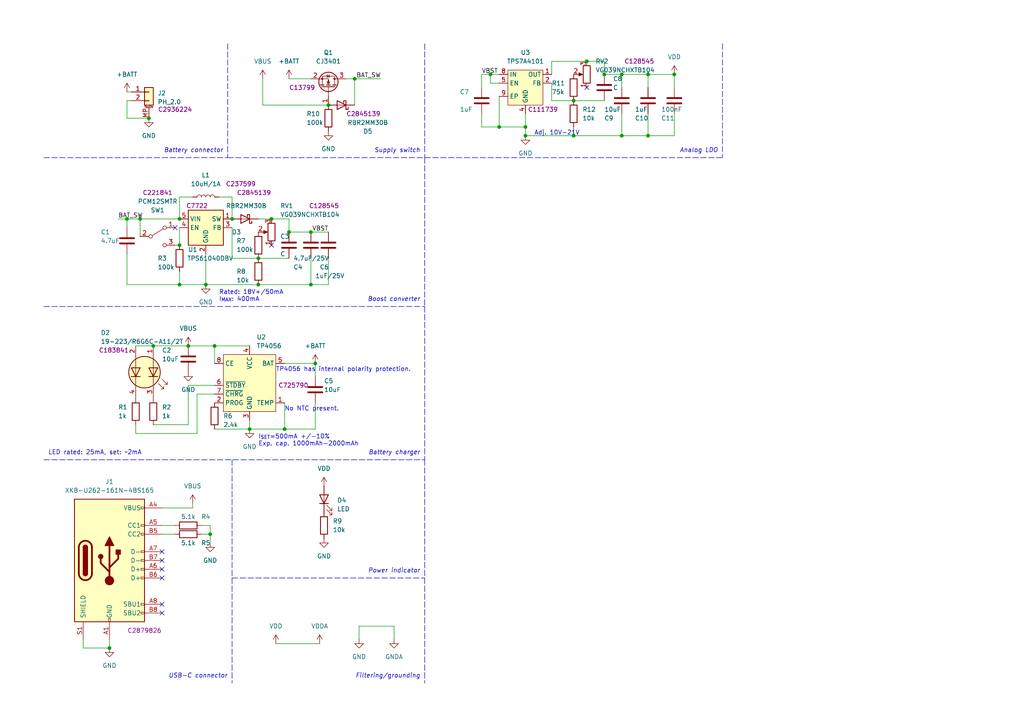
<source format=kicad_sch>
(kicad_sch (version 20211123) (generator eeschema)
  (paper "A4")
  (title_block (title "Power Supply") (date "2022-11-13") (rev "A0") (company "imi415"))
  (lib_symbols
    (symbol "Battery_Management_Local:TP4056"
      (property "Reference" "U" (at 0 0 0))
      (property "Value" "TP4056" (at 25.4 11.43 0))
      (symbol "TP4056_0_0"
        (pin input line (at 10.16 -5.08 180) (length 2.54) (name "TEMP") (number "1"))
        (pin input line (at -10.16 -5.08 0) (length 2.54) (name "PROG") (number "2"))
        (pin power_in line (at 0 -10.16 90) (length 2.54) (name "GND") (number "3"))
        (pin power_in line (at 0 11.43 270) (length 2.54) (name "VCC") (number "4"))
        (pin power_out line (at 10.16 6.35 180) (length 2.54) (name "BAT") (number "5"))
        (pin open_collector line (at -10.16 0 0) (length 2.54) (name "~{STDBY}") (number "6"))
        (pin open_collector line (at -10.16 -2.54 0) (length 2.54) (name "~{CHRG}") (number "7"))
        (pin input line (at -10.16 6.35 0) (length 2.54) (name "CE") (number "8"))
      )
      (symbol "TP4056_0_1"
        (rectangle (start -7.62 8.89) (end 7.62 -7.62) (fill (type background)))
      )
      (symbol "TP4056_1_1"
        (pin passive line (at 10.16 0 180) (length 2.54) hide (name "EP") (number "9"))
      )
    )
    (symbol "Connector:USB_C_Receptacle_USB2.0" (pin_names (offset 1.016))
      (property "Reference" "J" (at -10.16 19.05 0))
      (property "Value" "USB_C_Receptacle_USB2.0" (at 19.05 19.05 0))
      (symbol "USB_C_Receptacle_USB2.0_0_0"
        (rectangle (start -0.254 -17.78) (end 0.254 -16.764))
        (rectangle (start 10.16 -14.986) (end 9.144 -15.494))
        (rectangle (start 10.16 -12.446) (end 9.144 -12.954))
        (rectangle (start 10.16 -4.826) (end 9.144 -5.334))
        (rectangle (start 10.16 -2.286) (end 9.144 -2.794))
        (rectangle (start 10.16 0.254) (end 9.144 -0.254))
        (rectangle (start 10.16 2.794) (end 9.144 2.286))
        (rectangle (start 10.16 7.874) (end 9.144 7.366))
        (rectangle (start 10.16 10.414) (end 9.144 9.906))
        (rectangle (start 10.16 15.494) (end 9.144 14.986))
      )
      (symbol "USB_C_Receptacle_USB2.0_0_1"
        (rectangle (start -10.16 17.78) (end 10.16 -17.78) (stroke (width 0.254)) (fill (type background)))
        (arc (start -8.89 -3.81) (mid -6.985 -5.715) (end -5.08 -3.81) (stroke (width 0.508)))
        (arc (start -7.62 -3.81) (mid -6.985 -4.445) (end -6.35 -3.81) (stroke (width 0.254)))
        (arc (start -7.62 -3.81) (mid -6.985 -4.445) (end -6.35 -3.81) (stroke (width 0.254)) (fill (type outline)))
        (rectangle (start -7.62 -3.81) (end -6.35 3.81) (stroke (width 0.254)) (fill (type outline)))
        (arc (start -6.35 3.81) (mid -6.985 4.445) (end -7.62 3.81) (stroke (width 0.254)))
        (arc (start -6.35 3.81) (mid -6.985 4.445) (end -7.62 3.81) (stroke (width 0.254)) (fill (type outline)))
        (arc (start -5.08 3.81) (mid -6.985 5.715) (end -8.89 3.81) (stroke (width 0.508)))
        (circle (center -2.54 1.143) (radius 0.635) (stroke (width 0.254)) (fill (type outline)))
        (circle (center 0 -5.842) (radius 1.27) (fill (type outline)))
        (polyline (pts (xy -8.89 -3.81) (xy -8.89 3.81)) (stroke (width 0.508)))
        (polyline (pts (xy -5.08 3.81) (xy -5.08 -3.81)) (stroke (width 0.508)))
        (polyline (pts (xy 0 -5.842) (xy 0 4.318)) (stroke (width 0.508)))
        (polyline (pts (xy 0 -3.302) (xy -2.54 -0.762) (xy -2.54 0.508)) (stroke (width 0.508)))
        (polyline (pts (xy 0 -2.032) (xy 2.54 0.508) (xy 2.54 1.778)) (stroke (width 0.508)))
        (polyline (pts (xy -1.27 4.318) (xy 0 6.858) (xy 1.27 4.318) (xy -1.27 4.318)) (stroke (width 0.254)) (fill (type outline)))
        (rectangle (start 1.905 1.778) (end 3.175 3.048) (stroke (width 0.254)) (fill (type outline)))
      )
      (symbol "USB_C_Receptacle_USB2.0_1_1"
        (pin passive line (at 0 -22.86 90) (length 5.08) (name "GND") (number "A1"))
        (pin passive line (at 0 -22.86 90) (length 5.08) hide (name "GND") (number "A12"))
        (pin passive line (at 15.24 15.24 180) (length 5.08) (name "VBUS") (number "A4"))
        (pin bidirectional line (at 15.24 10.16 180) (length 5.08) (name "CC1") (number "A5"))
        (pin bidirectional line (at 15.24 -2.54 180) (length 5.08) (name "D+") (number "A6"))
        (pin bidirectional line (at 15.24 2.54 180) (length 5.08) (name "D-") (number "A7"))
        (pin bidirectional line (at 15.24 -12.7 180) (length 5.08) (name "SBU1") (number "A8"))
        (pin passive line (at 15.24 15.24 180) (length 5.08) hide (name "VBUS") (number "A9"))
        (pin passive line (at 0 -22.86 90) (length 5.08) hide (name "GND") (number "B1"))
        (pin passive line (at 0 -22.86 90) (length 5.08) hide (name "GND") (number "B12"))
        (pin passive line (at 15.24 15.24 180) (length 5.08) hide (name "VBUS") (number "B4"))
        (pin bidirectional line (at 15.24 7.62 180) (length 5.08) (name "CC2") (number "B5"))
        (pin bidirectional line (at 15.24 -5.08 180) (length 5.08) (name "D+") (number "B6"))
        (pin bidirectional line (at 15.24 0 180) (length 5.08) (name "D-") (number "B7"))
        (pin bidirectional line (at 15.24 -15.24 180) (length 5.08) (name "SBU2") (number "B8"))
        (pin passive line (at 15.24 15.24 180) (length 5.08) hide (name "VBUS") (number "B9"))
        (pin passive line (at -7.62 -22.86 90) (length 5.08) (name "SHIELD") (number "S1"))
      )
    )
    (symbol "Connector_Generic_MountingPin:Conn_01x02_MountingPin" (pin_names (offset 1.016) hide)
      (property "Reference" "J" (at 0 2.54 0))
      (property "Value" "Conn_01x02_MountingPin" (at 1.27 -5.08 0))
      (symbol "Conn_01x02_MountingPin_1_1"
        (rectangle (start -1.27 -2.413) (end 0 -2.667) (stroke (width 0.1524)))
        (rectangle (start -1.27 0.127) (end 0 -0.127) (stroke (width 0.1524)))
        (rectangle (start -1.27 1.27) (end 1.27 -3.81) (stroke (width 0.254)) (fill (type background)))
        (polyline (pts (xy -1.016 -4.572) (xy 1.016 -4.572)) (stroke (width 0.1524)))
        (text "Mounting" (at 0 -4.191 0) (effects (font (size 0.381 0.381))))
        (pin passive line (at -5.08 0 0) (length 3.81) (name "Pin_1") (number "1"))
        (pin passive line (at -5.08 -2.54 0) (length 3.81) (name "Pin_2") (number "2"))
        (pin passive line (at 0 -7.62 90) (length 3.048) (name "MountPin") (number "MP"))
      )
    )
    (symbol "Device:C" (pin_numbers hide) (pin_names (offset 0.254))
      (property "Reference" "C" (at 0.635 2.54 0))
      (property "Value" "C" (at 0.635 -2.54 0))
      (symbol "C_0_1"
        (polyline (pts (xy -2.032 -0.762) (xy 2.032 -0.762)) (stroke (width 0.508)))
        (polyline (pts (xy -2.032 0.762) (xy 2.032 0.762)) (stroke (width 0.508)))
      )
      (symbol "C_1_1"
        (pin passive line (at 0 3.81 270) (length 2.794) (name "~") (number "1"))
        (pin passive line (at 0 -3.81 90) (length 2.794) (name "~") (number "2"))
      )
    )
    (symbol "Device:D_Schottky" (pin_numbers hide) (pin_names (offset 1.016) hide)
      (property "Reference" "D" (at 0 2.54 0))
      (property "Value" "D_Schottky" (at 0 -2.54 0))
      (symbol "D_Schottky_0_1"
        (polyline (pts (xy 1.27 0) (xy -1.27 0)))
        (polyline (pts (xy 1.27 1.27) (xy 1.27 -1.27) (xy -1.27 0) (xy 1.27 1.27)) (stroke (width 0.254)))
        (polyline (pts (xy -1.905 0.635) (xy -1.905 1.27) (xy -1.27 1.27) (xy -1.27 -1.27) (xy -0.635 -1.27) (xy -0.635 -0.635)) (stroke (width 0.254)))
      )
      (symbol "D_Schottky_1_1"
        (pin passive line (at -3.81 0 0) (length 2.54) (name "K") (number "1"))
        (pin passive line (at 3.81 0 180) (length 2.54) (name "A") (number "2"))
      )
    )
    (symbol "Device:L" (pin_numbers hide) (pin_names (offset 1.016) hide)
      (property "Reference" "L" (at -1.27 0 90))
      (property "Value" "L" (at 1.905 0 90))
      (symbol "L_0_1"
        (arc (start 0 -2.54) (mid 0.635 -1.905) (end 0 -1.27))
        (arc (start 0 -1.27) (mid 0.635 -0.635) (end 0 0))
        (arc (start 0 0) (mid 0.635 0.635) (end 0 1.27))
        (arc (start 0 1.27) (mid 0.635 1.905) (end 0 2.54))
      )
      (symbol "L_1_1"
        (pin passive line (at 0 3.81 270) (length 1.27) (name "1") (number "1"))
        (pin passive line (at 0 -3.81 90) (length 1.27) (name "2") (number "2"))
      )
    )
    (symbol "Device:LED" (pin_numbers hide) (pin_names (offset 1.016) hide)
      (property "Reference" "D" (at 0 2.54 0))
      (property "Value" "LED" (at 0 -2.54 0))
      (symbol "LED_0_1"
        (polyline (pts (xy -1.27 -1.27) (xy -1.27 1.27)) (stroke (width 0.254)))
        (polyline (pts (xy -1.27 0) (xy 1.27 0)))
        (polyline (pts (xy 1.27 -1.27) (xy 1.27 1.27) (xy -1.27 0) (xy 1.27 -1.27)) (stroke (width 0.254)))
        (polyline (pts (xy -3.048 -0.762) (xy -4.572 -2.286) (xy -3.81 -2.286) (xy -4.572 -2.286) (xy -4.572 -1.524)))
        (polyline (pts (xy -1.778 -0.762) (xy -3.302 -2.286) (xy -2.54 -2.286) (xy -3.302 -2.286) (xy -3.302 -1.524)))
      )
      (symbol "LED_1_1"
        (pin passive line (at -3.81 0 0) (length 2.54) (name "K") (number "1"))
        (pin passive line (at 3.81 0 180) (length 2.54) (name "A") (number "2"))
      )
    )
    (symbol "Device:LED_Dual_AAKK" (pin_names (offset 0) hide)
      (property "Reference" "D" (at 0 5.715 0))
      (property "Value" "LED_Dual_AAKK" (at 0 -6.35 0))
      (symbol "LED_Dual_AAKK_0_1"
        (polyline (pts (xy -5.08 -2.54) (xy 2.032 -2.54)))
        (polyline (pts (xy -5.08 2.54) (xy 2.032 2.54)))
        (polyline (pts (xy 1.27 -1.27) (xy 1.27 -3.81)) (stroke (width 0.254)))
        (polyline (pts (xy 1.27 3.81) (xy 1.27 1.27)) (stroke (width 0.254)))
        (polyline (pts (xy 3.81 -2.54) (xy 1.905 -2.54)))
        (polyline (pts (xy 3.81 2.54) (xy 1.905 2.54)))
        (polyline (pts (xy -1.27 -1.27) (xy -1.27 -3.81) (xy 1.27 -2.54) (xy -1.27 -1.27)) (stroke (width 0.254)))
        (polyline (pts (xy -1.27 3.81) (xy -1.27 1.27) (xy 1.27 2.54) (xy -1.27 3.81)) (stroke (width 0.254)))
        (polyline (pts (xy 2.032 5.08) (xy 3.556 6.604) (xy 2.794 6.604) (xy 3.556 6.604) (xy 3.556 5.842)))
        (polyline (pts (xy 3.302 4.064) (xy 4.826 5.588) (xy 4.064 5.588) (xy 4.826 5.588) (xy 4.826 4.826)))
        (circle (center 0 0) (radius 4.572) (stroke (width 0.254)) (fill (type background)))
      )
      (symbol "LED_Dual_AAKK_1_1"
        (pin input line (at -7.62 2.54 0) (length 3.048) (name "A1") (number "1"))
        (pin input line (at -7.62 -2.54 0) (length 3.048) (name "A2") (number "2"))
        (pin input line (at 7.62 2.54 180) (length 3.81) (name "K1") (number "3"))
        (pin input line (at 7.62 -2.54 180) (length 3.81) (name "K2") (number "4"))
      )
    )
    (symbol "Device:Q_PMOS_GSD" (pin_names (offset 0) hide)
      (property "Reference" "Q" (at 5.08 1.27 0))
      (property "Value" "Q_PMOS_GSD" (at 5.08 -1.27 0))
      (symbol "Q_PMOS_GSD_0_1"
        (polyline (pts (xy 0.254 0) (xy -2.54 0)))
        (polyline (pts (xy 0.254 1.905) (xy 0.254 -1.905)) (stroke (width 0.254)))
        (polyline (pts (xy 0.762 -1.27) (xy 0.762 -2.286)) (stroke (width 0.254)))
        (polyline (pts (xy 0.762 0.508) (xy 0.762 -0.508)) (stroke (width 0.254)))
        (polyline (pts (xy 0.762 2.286) (xy 0.762 1.27)) (stroke (width 0.254)))
        (polyline (pts (xy 2.54 2.54) (xy 2.54 1.778)))
        (polyline (pts (xy 2.54 -2.54) (xy 2.54 0) (xy 0.762 0)))
        (polyline (pts (xy 0.762 1.778) (xy 3.302 1.778) (xy 3.302 -1.778) (xy 0.762 -1.778)))
        (polyline (pts (xy 2.286 0) (xy 1.27 0.381) (xy 1.27 -0.381) (xy 2.286 0)) (fill (type outline)))
        (polyline (pts (xy 2.794 -0.508) (xy 2.921 -0.381) (xy 3.683 -0.381) (xy 3.81 -0.254)))
        (polyline (pts (xy 3.302 -0.381) (xy 2.921 0.254) (xy 3.683 0.254) (xy 3.302 -0.381)))
        (circle (center 1.651 0) (radius 2.794) (stroke (width 0.254)))
        (circle (center 2.54 -1.778) (radius 0.254) (fill (type outline)))
        (circle (center 2.54 1.778) (radius 0.254) (fill (type outline)))
      )
      (symbol "Q_PMOS_GSD_1_1"
        (pin input line (at -5.08 0 0) (length 2.54) (name "G") (number "1"))
        (pin passive line (at 2.54 -5.08 90) (length 2.54) (name "S") (number "2"))
        (pin passive line (at 2.54 5.08 270) (length 2.54) (name "D") (number "3"))
      )
    )
    (symbol "Device:R" (pin_numbers hide) (pin_names (offset 0))
      (property "Reference" "R" (at 2.032 0 90))
      (property "Value" "R" (at 0 0 90))
      (symbol "R_0_1"
        (rectangle (start -1.016 -2.54) (end 1.016 2.54) (stroke (width 0.254)))
      )
      (symbol "R_1_1"
        (pin passive line (at 0 3.81 270) (length 1.27) (name "~") (number "1"))
        (pin passive line (at 0 -3.81 90) (length 1.27) (name "~") (number "2"))
      )
    )
    (symbol "Device:R_Potentiometer" (pin_names (offset 1.016) hide)
      (property "Reference" "RV" (at -4.445 0 90))
      (property "Value" "R_Potentiometer" (at -2.54 0 90))
      (symbol "R_Potentiometer_0_1"
        (polyline (pts (xy 2.54 0) (xy 1.524 0)))
        (polyline (pts (xy 1.143 0) (xy 2.286 0.508) (xy 2.286 -0.508) (xy 1.143 0)) (fill (type outline)))
        (rectangle (start 1.016 2.54) (end -1.016 -2.54) (stroke (width 0.254)))
      )
      (symbol "R_Potentiometer_1_1"
        (pin passive line (at 0 3.81 270) (length 1.27) (name "1") (number "1"))
        (pin passive line (at 3.81 0 180) (length 1.27) (name "2") (number "2"))
        (pin passive line (at 0 -3.81 90) (length 1.27) (name "3") (number "3"))
      )
    )
    (symbol "Regulator_Local:TPS7A4101"
      (property "Reference" "U" (at 0 0 0))
      (property "Value" "TPS7A4101" (at 0 6.35 0))
      (symbol "TPS7A4101_0_0"
        (pin power_out line (at 7.62 3.81 180) (length 2.54) (name "OUT") (number "1"))
        (pin input line (at 7.62 1.27 180) (length 2.54) (name "FB") (number "2"))
        (pin no_connect line (at 7.62 -2.54 180) (length 2.54) hide (name "NC") (number "3"))
        (pin power_in line (at 0 -7.62 90) (length 2.54) (name "GND") (number "4"))
        (pin input line (at -7.62 1.27 0) (length 2.54) (name "EN") (number "5"))
        (pin no_connect line (at 7.62 -2.54 180) (length 2.54) hide (name "NC") (number "6"))
        (pin no_connect line (at 7.62 -2.54 180) (length 2.54) hide (name "NC") (number "7"))
        (pin power_in line (at -7.62 3.81 0) (length 2.54) (name "IN") (number "8"))
        (pin passive line (at -7.62 -2.54 0) (length 2.54) (name "EP") (number "9"))
      )
      (symbol "TPS7A4101_0_1"
        (rectangle (start -5.08 5.08) (end 5.08 -5.08) (stroke (width 0.1524)) (fill (type background)))
      )
    )
    (symbol "Regulator_Switching:TPS61040DBV"
      (property "Reference" "U" (at -5.08 6.35 0))
      (property "Value" "TPS61040DBV" (at 0 6.35 0))
      (symbol "TPS61040DBV_0_1"
        (rectangle (start -5.08 5.08) (end 5.08 -5.08) (stroke (width 0.254)) (fill (type background)))
      )
      (symbol "TPS61040DBV_1_1"
        (pin power_out line (at 7.62 2.54 180) (length 2.54) (name "SW") (number "1"))
        (pin power_in line (at 0 -7.62 90) (length 2.54) (name "GND") (number "2"))
        (pin input line (at 7.62 0 180) (length 2.54) (name "FB") (number "3"))
        (pin input line (at -7.62 0 0) (length 2.54) (name "EN") (number "4"))
        (pin power_in line (at -7.62 2.54 0) (length 2.54) (name "VIN") (number "5"))
      )
    )
    (symbol "Switch:SW_SPDT" (pin_names (offset 0) hide)
      (property "Reference" "SW" (at 0 4.318 0))
      (property "Value" "SW_SPDT" (at 0 -5.08 0))
      (symbol "SW_SPDT_0_0"
        (circle (center -2.032 0) (radius 0.508))
        (circle (center 2.032 -2.54) (radius 0.508))
      )
      (symbol "SW_SPDT_0_1"
        (polyline (pts (xy -1.524 0.254) (xy 1.651 2.286)))
        (circle (center 2.032 2.54) (radius 0.508))
      )
      (symbol "SW_SPDT_1_1"
        (pin passive line (at 5.08 2.54 180) (length 2.54) (name "A") (number "1"))
        (pin passive line (at -5.08 0 0) (length 2.54) (name "B") (number "2"))
        (pin passive line (at 5.08 -2.54 180) (length 2.54) (name "C") (number "3"))
      )
    )
    (symbol "power:+BATT" (power) (pin_names (offset 0))
      (property "Value" "+BATT" (at 0 3.556 0))
      (symbol "+BATT_0_1"
        (polyline (pts (xy -0.762 1.27) (xy 0 2.54)))
        (polyline (pts (xy 0 0) (xy 0 2.54)))
        (polyline (pts (xy 0 2.54) (xy 0.762 1.27)))
      )
      (symbol "+BATT_1_1"
        (pin power_in line (at 0 0 90) (length 0) hide (name "+BATT") (number "1"))
      )
    )
    (symbol "power:GND" (power) (pin_names (offset 0))
      (property "Value" "GND" (at 0 -3.81 0))
      (symbol "GND_0_1"
        (polyline (pts (xy 0 0) (xy 0 -1.27) (xy 1.27 -1.27) (xy 0 -2.54) (xy -1.27 -1.27) (xy 0 -1.27)))
      )
      (symbol "GND_1_1"
        (pin power_in line (at 0 0 270) (length 0) hide (name "GND") (number "1"))
      )
    )
    (symbol "power:GNDA" (power) (pin_names (offset 0))
      (property "Value" "GNDA" (at 0 -3.81 0))
      (symbol "GNDA_0_1"
        (polyline (pts (xy 0 0) (xy 0 -1.27) (xy 1.27 -1.27) (xy 0 -2.54) (xy -1.27 -1.27) (xy 0 -1.27)))
      )
      (symbol "GNDA_1_1"
        (pin power_in line (at 0 0 270) (length 0) hide (name "GNDA") (number "1"))
      )
    )
    (symbol "power:VBUS" (power) (pin_names (offset 0))
      (property "Value" "VBUS" (at 0 3.81 0))
      (symbol "VBUS_0_1"
        (polyline (pts (xy -0.762 1.27) (xy 0 2.54)))
        (polyline (pts (xy 0 0) (xy 0 2.54)))
        (polyline (pts (xy 0 2.54) (xy 0.762 1.27)))
      )
      (symbol "VBUS_1_1"
        (pin power_in line (at 0 0 90) (length 0) hide (name "VBUS") (number "1"))
      )
    )
    (symbol "power:VDD" (power) (pin_names (offset 0))
      (property "Value" "VDD" (at 0 3.81 0))
      (symbol "VDD_0_1"
        (polyline (pts (xy -0.762 1.27) (xy 0 2.54)))
        (polyline (pts (xy 0 0) (xy 0 2.54)))
        (polyline (pts (xy 0 2.54) (xy 0.762 1.27)))
      )
      (symbol "VDD_1_1"
        (pin power_in line (at 0 0 90) (length 0) hide (name "VDD") (number "1"))
      )
    )
    (symbol "power:VDDA" (power) (pin_names (offset 0))
      (property "Value" "VDDA" (at 0 3.81 0))
      (symbol "VDDA_0_1"
        (polyline (pts (xy -0.762 1.27) (xy 0 2.54)))
        (polyline (pts (xy 0 0) (xy 0 2.54)))
        (polyline (pts (xy 0 2.54) (xy 0.762 1.27)))
      )
      (symbol "VDDA_1_1"
        (pin power_in line (at 0 0 90) (length 0) hide (name "VDDA") (number "1"))
      )
    )
  )
  (junction (at 180.34 21.59))
  (junction (at 91.44 105.41))
  (junction (at 52.07 82.55))
  (junction (at 60.96 154.94))
  (junction (at 83.82 67.31))
  (junction (at 170.18 17.78))
  (junction (at 74.93 74.93))
  (junction (at 144.78 36.83))
  (junction (at 90.17 67.31))
  (junction (at 195.58 21.59))
  (junction (at 95.25 30.48))
  (junction (at 152.4 36.83))
  (junction (at 102.87 22.86))
  (junction (at 40.64 63.5))
  (junction (at 67.31 63.5))
  (junction (at 74.93 82.55))
  (junction (at 152.4 39.37))
  (junction (at 187.96 39.37))
  (junction (at 90.17 82.55))
  (junction (at 54.61 100.33))
  (junction (at 52.07 71.12))
  (junction (at 59.69 82.55))
  (junction (at 43.18 34.29))
  (junction (at 52.07 63.5))
  (junction (at 36.83 63.5))
  (junction (at 72.39 124.46))
  (junction (at 175.26 21.59))
  (junction (at 142.24 21.59))
  (junction (at 166.37 29.21))
  (junction (at 44.45 100.33))
  (junction (at 62.23 100.33))
  (junction (at 166.37 39.37))
  (junction (at 78.74 63.5))
  (junction (at 82.55 124.46))
  (junction (at 31.75 187.96))
  (junction (at 180.34 39.37))
  (junction (at 187.96 21.59))
  (no_connect (at 46.99 162.56))
  (no_connect (at 170.18 25.4))
  (no_connect (at 46.99 165.1))
  (no_connect (at 46.99 160.02))
  (no_connect (at 46.99 177.8))
  (no_connect (at 50.8 66.04))
  (no_connect (at 46.99 167.64))
  (no_connect (at 78.74 71.12))
  (no_connect (at 46.99 175.26))
  (wire (pts (xy 180.34 33.02) (xy 180.34 39.37)))
  (wire (pts (xy 187.96 21.59) (xy 187.96 25.4)))
  (wire (pts (xy 67.31 66.04) (xy 67.31 74.93)))
  (wire (pts (xy 170.18 17.78) (xy 160.02 17.78)))
  (polyline (pts (xy 123.19 133.35) (xy 123.19 198.12)))
  (wire (pts (xy 160.02 24.13) (xy 160.02 29.21)))
  (wire (pts (xy 36.83 63.5) (xy 40.64 63.5)))
  (wire (pts (xy 46.99 152.4) (xy 50.8 152.4)))
  (wire (pts (xy 36.83 34.29) (xy 43.18 34.29)))
  (wire (pts (xy 90.17 74.93) (xy 90.17 82.55)))
  (polyline (pts (xy 66.04 12.7) (xy 66.04 45.72)))
  (polyline (pts (xy 12.7 133.35) (xy 123.19 133.35)))
  (polyline (pts (xy 67.31 133.35) (xy 67.31 198.12)))
  (wire (pts (xy 166.37 39.37) (xy 180.34 39.37)))
  (wire (pts (xy 160.02 17.78) (xy 160.02 21.59)))
  (wire (pts (xy 102.87 22.86) (xy 102.87 30.48)))
  (polyline (pts (xy 123.19 45.72) (xy 123.19 88.9)))
  (wire (pts (xy 76.2 30.48) (xy 95.25 30.48)))
  (wire (pts (xy 104.14 181.61) (xy 114.3 181.61)))
  (wire (pts (xy 58.42 152.4) (xy 60.96 152.4)))
  (wire (pts (xy 36.83 29.21) (xy 36.83 34.29)))
  (wire (pts (xy 59.69 73.66) (xy 59.69 82.55)))
  (wire (pts (xy 24.13 185.42) (xy 24.13 187.96)))
  (wire (pts (xy 67.31 74.93) (xy 74.93 74.93)))
  (wire (pts (xy 160.02 29.21) (xy 166.37 29.21)))
  (wire (pts (xy 62.23 100.33) (xy 72.39 100.33)))
  (wire (pts (xy 62.23 105.41) (xy 62.23 100.33)))
  (wire (pts (xy 74.93 82.55) (xy 59.69 82.55)))
  (wire (pts (xy 139.7 36.83) (xy 144.78 36.83)))
  (wire (pts (xy 142.24 24.13) (xy 142.24 21.59)))
  (polyline (pts (xy 12.7 45.72) (xy 66.04 45.72)))
  (wire (pts (xy 104.14 185.42) (xy 104.14 181.61)))
  (wire (pts (xy 83.82 67.31) (xy 90.17 67.31)))
  (wire (pts (xy 175.26 17.78) (xy 175.26 21.59)))
  (wire (pts (xy 195.58 21.59) (xy 195.58 25.4)))
  (wire (pts (xy 95.25 74.93) (xy 95.25 82.55)))
  (wire (pts (xy 50.8 71.12) (xy 52.07 71.12)))
  (wire (pts (xy 24.13 187.96) (xy 31.75 187.96)))
  (wire (pts (xy 139.7 21.59) (xy 142.24 21.59)))
  (wire (pts (xy 144.78 36.83) (xy 152.4 36.83)))
  (wire (pts (xy 60.96 154.94) (xy 58.42 154.94)))
  (wire (pts (xy 55.88 147.32) (xy 55.88 146.05)))
  (wire (pts (xy 144.78 27.94) (xy 144.78 36.83)))
  (wire (pts (xy 54.61 123.19) (xy 44.45 123.19)))
  (wire (pts (xy 180.34 21.59) (xy 180.34 25.4)))
  (wire (pts (xy 52.07 57.15) (xy 52.07 63.5)))
  (wire (pts (xy 40.64 63.5) (xy 52.07 63.5)))
  (wire (pts (xy 72.39 121.92) (xy 72.39 124.46)))
  (wire (pts (xy 36.83 82.55) (xy 52.07 82.55)))
  (wire (pts (xy 175.26 21.59) (xy 180.34 21.59)))
  (wire (pts (xy 78.74 63.5) (xy 83.82 63.5)))
  (wire (pts (xy 144.78 24.13) (xy 142.24 24.13)))
  (wire (pts (xy 67.31 57.15) (xy 67.31 63.5)))
  (polyline (pts (xy 66.04 45.72) (xy 123.19 45.72)))
  (wire (pts (xy 187.96 33.02) (xy 187.96 39.37)))
  (wire (pts (xy 114.3 181.61) (xy 114.3 185.42)))
  (wire (pts (xy 102.87 22.86) (xy 110.49 22.86)))
  (wire (pts (xy 62.23 114.3) (xy 57.15 114.3)))
  (polyline (pts (xy 12.7 88.9) (xy 123.19 88.9)))
  (wire (pts (xy 90.17 82.55) (xy 95.25 82.55)))
  (wire (pts (xy 152.4 39.37) (xy 166.37 39.37)))
  (wire (pts (xy 166.37 29.21) (xy 175.26 29.21)))
  (wire (pts (xy 46.99 147.32) (xy 55.88 147.32)))
  (wire (pts (xy 39.37 125.73) (xy 39.37 123.19)))
  (polyline (pts (xy 67.31 167.64) (xy 123.19 167.64)))
  (wire (pts (xy 91.44 116.84) (xy 91.44 124.46)))
  (polyline (pts (xy 123.19 45.72) (xy 209.55 45.72)))
  (polyline (pts (xy 123.19 12.7) (xy 123.19 45.72)))
  (wire (pts (xy 142.24 21.59) (xy 144.78 21.59)))
  (wire (pts (xy 57.15 125.73) (xy 39.37 125.73)))
  (wire (pts (xy 44.45 100.33) (xy 54.61 100.33)))
  (wire (pts (xy 34.29 63.5) (xy 36.83 63.5)))
  (wire (pts (xy 76.2 22.86) (xy 76.2 30.48)))
  (wire (pts (xy 36.83 63.5) (xy 36.83 66.04)))
  (wire (pts (xy 91.44 105.41) (xy 91.44 109.22)))
  (wire (pts (xy 52.07 66.04) (xy 52.07 71.12)))
  (polyline (pts (xy 209.55 12.7) (xy 209.55 45.72)))
  (wire (pts (xy 52.07 82.55) (xy 59.69 82.55)))
  (wire (pts (xy 82.55 124.46) (xy 72.39 124.46)))
  (wire (pts (xy 54.61 100.33) (xy 62.23 100.33)))
  (wire (pts (xy 62.23 124.46) (xy 72.39 124.46)))
  (wire (pts (xy 152.4 33.02) (xy 152.4 36.83)))
  (wire (pts (xy 83.82 22.86) (xy 90.17 22.86)))
  (wire (pts (xy 187.96 39.37) (xy 195.58 39.37)))
  (wire (pts (xy 180.34 39.37) (xy 187.96 39.37)))
  (wire (pts (xy 60.96 154.94) (xy 60.96 157.48)))
  (wire (pts (xy 91.44 124.46) (xy 82.55 124.46)))
  (wire (pts (xy 90.17 67.31) (xy 95.25 67.31)))
  (wire (pts (xy 74.93 74.93) (xy 83.82 74.93)))
  (wire (pts (xy 82.55 105.41) (xy 91.44 105.41)))
  (wire (pts (xy 180.34 21.59) (xy 187.96 21.59)))
  (wire (pts (xy 31.75 187.96) (xy 31.75 185.42)))
  (wire (pts (xy 74.93 63.5) (xy 78.74 63.5)))
  (wire (pts (xy 74.93 82.55) (xy 90.17 82.55)))
  (wire (pts (xy 152.4 36.83) (xy 152.4 39.37)))
  (wire (pts (xy 36.83 73.66) (xy 36.83 82.55)))
  (polyline (pts (xy 123.19 88.9) (xy 123.19 133.35)))
  (wire (pts (xy 60.96 152.4) (xy 60.96 154.94)))
  (wire (pts (xy 83.82 63.5) (xy 83.82 67.31)))
  (wire (pts (xy 187.96 21.59) (xy 195.58 21.59)))
  (wire (pts (xy 36.83 26.67) (xy 38.1 26.67)))
  (wire (pts (xy 195.58 33.02) (xy 195.58 39.37)))
  (wire (pts (xy 46.99 154.94) (xy 50.8 154.94)))
  (wire (pts (xy 139.7 21.59) (xy 139.7 25.4)))
  (wire (pts (xy 100.33 22.86) (xy 102.87 22.86)))
  (wire (pts (xy 82.55 116.84) (xy 82.55 124.46)))
  (wire (pts (xy 139.7 33.02) (xy 139.7 36.83)))
  (wire (pts (xy 40.64 63.5) (xy 40.64 68.58)))
  (wire (pts (xy 54.61 111.76) (xy 54.61 123.19)))
  (wire (pts (xy 166.37 39.37) (xy 166.37 36.83)))
  (wire (pts (xy 52.07 78.74) (xy 52.07 82.55)))
  (wire (pts (xy 170.18 17.78) (xy 175.26 17.78)))
  (wire (pts (xy 63.5 57.15) (xy 67.31 57.15)))
  (wire (pts (xy 39.37 100.33) (xy 44.45 100.33)))
  (wire (pts (xy 55.88 57.15) (xy 52.07 57.15)))
  (wire (pts (xy 80.01 186.69) (xy 92.71 186.69)))
  (wire (pts (xy 38.1 29.21) (xy 36.83 29.21)))
  (wire (pts (xy 54.61 111.76) (xy 62.23 111.76)))
  (wire (pts (xy 57.15 114.3) (xy 57.15 125.73)))
  (text "Analog LDO" (at 208.28 44.45 180) (effects (font (size 1.27 1.27) italic) (justify right bottom)))
  (text "Supply switch" (at 121.92 44.45 180) (effects (font (size 1.27 1.27) italic) (justify right bottom)))
  (text "Rated: 18V+/50mA\nI_{MAX}: 400mA" (at 63.5 87.63 0) (effects (font (size 1.27 1.27)) (justify left bottom)))
  (text "Boost converter" (at 121.92 87.63 180) (effects (font (size 1.27 1.27) italic) (justify right bottom)))
  (text "Adj. 10V-21V" (at 154.94 39.37 0) (effects (font (size 1.27 1.27)) (justify left bottom)))
  (text "Power indicator" (at 121.92 166.37 180) (effects (font (size 1.27 1.27) italic) (justify right bottom)))
  (text "Battery connector" (at 64.77 44.45 180) (effects (font (size 1.27 1.27) italic) (justify right bottom)))
  (text "I_{SET}=500mA +/-10%\nExp. cap. 1000mAh-2000mAh" (at 74.93 129.54 0) (effects (font (size 1.27 1.27)) (justify left bottom)))
  (text "No NTC present." (at 82.55 119.38 0) (effects (font (size 1.27 1.27)) (justify left bottom)))
  (text "LED rated: 25mA, set: ~2mA" (at 13.97 132.08 0) (effects (font (size 1.27 1.27)) (justify left bottom)))
  (text "Filtering/grounding" (at 121.92 196.85 180) (effects (font (size 1.27 1.27) italic) (justify right bottom)))
  (text "Battery charger" (at 121.92 132.08 180) (effects (font (size 1.27 1.27) italic) (justify right bottom)))
  (text "USB-C connector" (at 66.04 196.85 180) (effects (font (size 1.27 1.27) italic) (justify right bottom)))
  (text "TP4056 has internal polarity protection." (at 80.01 107.95 0) (effects (font (size 1.27 1.27)) (justify left bottom)))
  (label "BAT_SW" (at 110.49 22.86 180))
  (label "VBST" (at 139.7 21.59 0))
  (label "BAT_SW" (at 34.29 63.5 0))
  (label "VBST" (at 95.25 67.31 180))
  (symbol (lib_id "Device:R") (at 95.25 34.29 0) (unit 1)
    (property "Reference" "R10" (at 88.9 33.02 0) (effects (justify left)))
    (property "Value" "100k" (at 88.9 35.56 0) (effects (justify left)))
    (property "Footprint" "Resistor_SMD:R_0603_1608Metric" (effects hide))
  )
  (symbol (lib_id "Device:R") (at 166.37 25.4 0) (unit 1)
    (property "Reference" "R11" (at 160.02 24.13 0) (effects (justify left)))
    (property "Value" "75k" (at 160.02 26.67 0) (effects (justify left)))
    (property "Footprint" "Resistor_SMD:R_0603_1608Metric" (effects hide))
  )
  (symbol (lib_id "Device:C") (at 175.26 25.4 0) (unit 1)
    (property "Reference" "C8" (at 177.8 22.86 0) (effects (justify left)))
    (property "Value" "C" (at 177.8 25.4 0) (effects (justify left)))
    (property "Footprint" "Capacitor_SMD:C_0603_1608Metric" (effects hide))
  )
  (symbol (lib_id "Device:L") (at 59.69 57.15 90) (unit 1)
    (property "Reference" "L1" (at 59.69 50.8 90))
    (property "Value" "10uH/1A" (at 59.69 53.34 90))
    (property "Footprint" "Inductor_SMD:L_1008_2520Metric" (effects hide))
    (property "MPN" "C237599" (at 69.85 53.34 90))
  )
  (symbol (lib_id "Device:LED_Dual_AAKK") (at 41.91 107.95 270) (unit 1)
    (property "Reference" "D2" (at 29.21 96.52 90) (effects (justify left)))
    (property "Value" "19-223/R6G6C-A11/2T" (at 29.21 99.06 90) (effects (justify left)))
    (property "Footprint" "LED_SMD:LED_LiteOn_LTST-C19HE1WT" (effects hide))
    (property "MPN" "C183841" (at 33.02 101.6 90))
  )
  (symbol (lib_id "power:GND") (at 59.69 82.55 0) (unit 1)
    (property "Reference" "#PWR0105" (effects hide))
    (property "Value" "GND" (at 59.69 87.63 0))
  )
  (symbol (lib_id "Device:C") (at 54.61 104.14 0) (mirror y) (unit 1)
    (property "Reference" "C2" (at 46.99 101.6 0) (effects (justify right)))
    (property "Value" "10uF" (at 46.99 104.14 0) (effects (justify right)))
    (property "Footprint" "Capacitor_SMD:C_0805_2012Metric" (effects hide))
  )
  (symbol (lib_id "power:GND") (at 43.18 34.29 0) (unit 1)
    (property "Reference" "#PWR0106" (effects hide))
    (property "Value" "GND" (at 43.18 39.37 0))
  )
  (symbol (lib_id "Device:R") (at 44.45 119.38 0) (unit 1)
    (property "Reference" "R2" (at 46.99 118.11 0) (effects (justify left)))
    (property "Value" "1k" (at 46.99 120.65 0) (effects (justify left)))
    (property "Footprint" "Resistor_SMD:R_0603_1608Metric" (effects hide))
  )
  (symbol (lib_id "Device:R") (at 62.23 120.65 0) (unit 1)
    (property "Reference" "R6" (at 64.77 120.65 0) (effects (justify left)))
    (property "Value" "2.4k" (at 64.77 123.19 0) (effects (justify left)))
    (property "Footprint" "Resistor_SMD:R_0603_1608Metric" (effects hide))
  )
  (symbol (lib_id "Device:C") (at 83.82 71.12 0) (unit 1)
    (property "Reference" "C3" (at 81.28 68.58 0) (effects (justify left)))
    (property "Value" "C" (at 81.28 73.66 0) (effects (justify left)))
    (property "Footprint" "Capacitor_SMD:C_0603_1608Metric" (effects hide))
  )
  (symbol (lib_id "power:GND") (at 152.4 39.37 0) (unit 1)
    (property "Reference" "#PWR0117" (effects hide))
    (property "Value" "GND" (at 152.4 44.45 0))
  )
  (symbol (lib_id "power:GND") (at 104.14 185.42 0) (unit 1)
    (property "Reference" "#PWR0121" (effects hide))
    (property "Value" "GND" (at 104.14 190.5 0))
  )
  (symbol (lib_id "power:+BATT") (at 83.82 22.86 0) (mirror y) (unit 1)
    (property "Reference" "#PWR0108" (effects hide))
    (property "Value" "+BATT" (at 83.82 17.78 0))
  )
  (symbol (lib_id "Device:R") (at 52.07 74.93 0) (unit 1)
    (property "Reference" "R3" (at 45.72 74.93 0) (effects (justify left)))
    (property "Value" "100k" (at 45.72 77.47 0) (effects (justify left)))
    (property "Footprint" "Resistor_SMD:R_0603_1608Metric" (effects hide))
  )
  (symbol (lib_id "power:VDD") (at 93.98 140.97 0) (unit 1)
    (property "Reference" "#PWR0113" (effects hide))
    (property "Value" "VDD" (at 93.98 135.89 0))
  )
  (symbol (lib_id "power:GND") (at 31.75 187.96 0) (unit 1)
    (property "Reference" "#PWR0111" (effects hide))
    (property "Value" "GND" (at 31.75 193.04 0))
  )
  (symbol (lib_id "Device:C") (at 180.34 29.21 0) (mirror y) (unit 1)
    (property "Reference" "C9" (at 175.26 34.29 0) (effects (justify right)))
    (property "Value" "10uF" (at 175.26 31.75 0) (effects (justify right)))
    (property "Footprint" "Capacitor_SMD:C_0805_2012Metric" (effects hide))
  )
  (symbol (lib_id "Device:Q_PMOS_GSD") (at 95.25 25.4 270) (mirror x) (unit 1)
    (property "Reference" "Q1" (at 95.25 15.24 90))
    (property "Value" "CJ3401" (at 95.25 17.78 90))
    (property "Footprint" "Package_TO_SOT_SMD:TSOT-23" (effects hide))
    (property "MPN" "C13799" (at 87.63 25.4 90))
  )
  (symbol (lib_id "Device:C") (at 36.83 69.85 0) (mirror y) (unit 1)
    (property "Reference" "C1" (at 29.21 67.31 0) (effects (justify right)))
    (property "Value" "4.7uF" (at 29.21 69.85 0) (effects (justify right)))
    (property "Footprint" "Capacitor_SMD:C_0805_2012Metric" (effects hide))
  )
  (symbol (lib_id "Device:C") (at 91.44 113.03 0) (mirror y) (unit 1)
    (property "Reference" "C5" (at 93.98 110.49 0) (effects (justify right)))
    (property "Value" "10uF" (at 93.98 113.03 0) (effects (justify right)))
    (property "Footprint" "Capacitor_SMD:C_0805_2012Metric" (effects hide))
  )
  (symbol (lib_id "power:VBUS") (at 55.88 146.05 0) (mirror y) (unit 1)
    (property "Reference" "#PWR0114" (effects hide))
    (property "Value" "VBUS" (at 55.88 140.97 0))
  )
  (symbol (lib_id "Device:C") (at 195.58 29.21 0) (mirror y) (unit 1)
    (property "Reference" "C11" (at 191.77 34.29 0) (effects (justify right)))
    (property "Value" "100nF" (at 191.77 31.75 0) (effects (justify right)))
    (property "Footprint" "Capacitor_SMD:C_0603_1608Metric" (effects hide))
  )
  (symbol (lib_id "Device:R") (at 166.37 33.02 0) (unit 1)
    (property "Reference" "R12" (at 168.91 31.7499 0) (effects (justify left)))
    (property "Value" "10k" (at 168.91 34.2899 0) (effects (justify left)))
    (property "Footprint" "Resistor_SMD:R_0603_1608Metric" (effects hide))
  )
  (symbol (lib_id "power:GND") (at 72.39 124.46 0) (unit 1)
    (property "Reference" "#PWR0104" (effects hide))
    (property "Value" "GND" (at 72.39 129.54 0))
  )
  (symbol (lib_id "Device:R") (at 54.61 154.94 90) (unit 1)
    (property "Reference" "R5" (at 59.69 157.48 90))
    (property "Value" "5.1k" (at 54.61 157.48 90))
    (property "Footprint" "Resistor_SMD:R_0603_1608Metric" (effects hide))
  )
  (symbol (lib_id "Device:R") (at 74.93 78.74 0) (unit 1)
    (property "Reference" "R8" (at 68.58 78.74 0) (effects (justify left)))
    (property "Value" "10k" (at 68.58 81.28 0) (effects (justify left)))
    (property "Footprint" "Resistor_SMD:R_0603_1608Metric" (effects hide))
  )
  (symbol (lib_id "Device:C") (at 90.17 71.12 0) (unit 1)
    (property "Reference" "C4" (at 85.09 77.47 0) (effects (justify left)))
    (property "Value" "4.7uF/25V" (at 85.09 74.93 0) (effects (justify left)))
    (property "Footprint" "Capacitor_SMD:C_0805_2012Metric" (effects hide))
  )
  (symbol (lib_id "Device:C") (at 187.96 29.21 0) (mirror y) (unit 1)
    (property "Reference" "C10" (at 184.15 34.29 0) (effects (justify right)))
    (property "Value" "1uF" (at 184.15 31.75 0) (effects (justify right)))
    (property "Footprint" "Capacitor_SMD:C_0603_1608Metric" (effects hide))
  )
  (symbol (lib_id "power:VDD") (at 195.58 21.59 0) (unit 1)
    (property "Reference" "#PWR0116" (effects hide))
    (property "Value" "VDD" (at 195.58 16.51 0))
  )
  (symbol (lib_id "Device:R") (at 93.98 152.4 0) (unit 1)
    (property "Reference" "R9" (at 96.52 151.1299 0) (effects (justify left)))
    (property "Value" "10k" (at 96.52 153.6699 0) (effects (justify left)))
    (property "Footprint" "Resistor_SMD:R_0603_1608Metric" (effects hide))
  )
  (symbol (lib_id "Device:D_Schottky") (at 71.12 63.5 180) (unit 1)
    (property "Reference" "D3" (at 68.58 67.31 0))
    (property "Value" "RBR2MM30B" (at 71.4375 59.69 0))
    (property "Footprint" "Diode_SMD:D_SOD-123" (effects hide))
    (property "MPN" "C2845139" (at 73.66 55.88 0))
  )
  (symbol (lib_id "Device:R") (at 54.61 152.4 90) (unit 1)
    (property "Reference" "R4" (at 59.69 149.86 90))
    (property "Value" "5.1k" (at 54.61 149.86 90))
    (property "Footprint" "Resistor_SMD:R_0603_1608Metric" (effects hide))
  )
  (symbol (lib_id "power:+BATT") (at 36.83 26.67 0) (mirror y) (unit 1)
    (property "Reference" "#PWR0107" (effects hide))
    (property "Value" "+BATT" (at 36.83 21.59 0))
  )
  (symbol (lib_id "power:GND") (at 93.98 156.21 0) (unit 1)
    (property "Reference" "#PWR0112" (effects hide))
    (property "Value" "GND" (at 93.98 161.29 0))
  )
  (symbol (lib_id "Connector:USB_C_Receptacle_USB2.0") (at 31.75 162.56 0) (unit 1)
    (property "Reference" "J1" (at 31.75 139.7 0))
    (property "Value" "XKB-U262-161N-4BS165" (at 31.75 142.24 0))
    (property "Footprint" "Connector_USB:USB_C_Receptacle_XKB_U262-16XN-4BVC11" (effects hide))
    (property "Datasheet" "https://www.usb.org/sites/default/files/documents/usb_type-c.zip" (effects hide))
    (property "MPN" "C2879826" (at 41.91 182.88 0))
  )
  (symbol (lib_id "power:GND") (at 60.96 157.48 0) (unit 1)
    (property "Reference" "#PWR0115" (effects hide))
    (property "Value" "GND" (at 60.96 162.56 0))
  )
  (symbol (lib_id "Switch:SW_SPDT") (at 45.72 68.58 0) (unit 1)
    (property "Reference" "SW1" (at 45.72 60.96 0))
    (property "Value" "PCM12SMTR" (at 45.72 58.42 0))
    (property "Footprint" "Button_Switch_SMD:SW_SPDT_PCM12" (effects hide))
    (property "MPN" "C221841" (at 45.72 55.88 0))
  )
  (symbol (lib_id "power:VDD") (at 80.01 186.69 0) (unit 1)
    (property "Reference" "#PWR0134" (effects hide))
    (property "Value" "VDD" (at 80.01 181.61 0))
  )
  (symbol (lib_id "power:GND") (at 95.25 38.1 0) (unit 1)
    (property "Reference" "#PWR0109" (effects hide))
    (property "Value" "GND" (at 95.25 43.18 0))
  )
  (symbol (lib_id "Device:C") (at 139.7 29.21 0) (unit 1)
    (property "Reference" "C7" (at 133.35 26.67 0) (effects (justify left)))
    (property "Value" "1uF" (at 133.35 31.75 0) (effects (justify left)))
    (property "Footprint" "Capacitor_SMD:C_0603_1608Metric" (effects hide))
  )
  (symbol (lib_id "power:VBUS") (at 76.2 22.86 0) (unit 1)
    (property "Reference" "#PWR0110" (effects hide))
    (property "Value" "VBUS" (at 76.2 17.78 0))
  )
  (symbol (lib_id "Regulator_Switching:TPS61040DBV") (at 59.69 66.04 0) (unit 1)
    (property "Reference" "U1" (at 55.88 72.39 0))
    (property "Value" "TPS61040DBV" (at 60.96 74.93 0))
    (property "Footprint" "Package_TO_SOT_SMD:SOT-23-5" (effects hide))
    (property "Datasheet" "http://www.ti.com/lit/ds/symlink/tps61040.pdf" (effects hide))
    (property "MPN" "C7722" (at 57.15 59.69 0))
  )
  (symbol (lib_id "Device:R") (at 39.37 119.38 0) (unit 1)
    (property "Reference" "R1" (at 34.29 118.11 0) (effects (justify left)))
    (property "Value" "1k" (at 34.29 120.65 0) (effects (justify left)))
    (property "Footprint" "Resistor_SMD:R_0603_1608Metric" (effects hide))
  )
  (symbol (lib_id "power:VBUS") (at 54.61 100.33 0) (mirror y) (unit 1)
    (property "Reference" "#PWR0118" (effects hide))
    (property "Value" "VBUS" (at 54.61 95.25 0))
  )
  (symbol (lib_id "Device:R") (at 74.93 71.12 0) (unit 1)
    (property "Reference" "R7" (at 68.58 69.85 0) (effects (justify left)))
    (property "Value" "100k" (at 68.58 72.39 0) (effects (justify left)))
    (property "Footprint" "Resistor_SMD:R_0603_1608Metric" (effects hide))
  )
  (symbol (lib_id "power:VDDA") (at 92.71 186.69 0) (unit 1)
    (property "Reference" "#PWR0124" (effects hide))
    (property "Value" "VDDA" (at 92.71 181.61 0))
  )
  (symbol (lib_id "Battery_Management_Local:TP4056") (at 72.39 111.76 0) (unit 1)
    (property "Reference" "U2" (at 74.4094 97.79 0) (effects (justify left)))
    (property "Value" "TP4056" (at 74.4094 100.33 0) (effects (justify left)))
    (property "Footprint" "Package_SO:SOIC-8-1EP_3.9x4.9mm_P1.27mm_EP2.62x3.51mm_ThermalVias" (effects hide))
    (property "MPN" "C725790" (at 85.09 111.76 0))
  )
  (symbol (lib_id "Regulator_Local:TPS7A4101") (at 152.4 25.4 0) (unit 1)
    (property "Reference" "U3" (at 152.4 15.24 0))
    (property "Value" "TPS7A4101" (at 152.4 17.78 0))
    (property "Footprint" "Package_SO:MSOP-8-1EP_3x3mm_P0.65mm_EP1.73x1.85mm" (effects hide))
    (property "MPN" "C111739" (at 157.48 31.75 0))
  )
  (symbol (lib_id "power:GNDA") (at 114.3 185.42 0) (unit 1)
    (property "Reference" "#PWR0122" (effects hide))
    (property "Value" "GNDA" (at 114.3 190.5 0))
  )
  (symbol (lib_id "power:GND") (at 54.61 107.95 0) (unit 1)
    (property "Reference" "#PWR0119" (effects hide))
    (property "Value" "GND" (at 54.61 113.03 0))
  )
  (symbol (lib_id "power:+BATT") (at 91.44 105.41 0) (mirror y) (unit 1)
    (property "Reference" "#PWR0133" (effects hide))
    (property "Value" "+BATT" (at 91.44 100.33 0))
  )
  (symbol (lib_id "Connector_Generic_MountingPin:Conn_01x02_MountingPin") (at 43.18 26.67 0) (unit 1)
    (property "Reference" "J2" (at 45.72 27.0255 0) (effects (justify left)))
    (property "Value" "PH_2.0" (at 45.72 29.5655 0) (effects (justify left)))
    (property "Footprint" "Connector_JST:JST_PH_B2B-PH-SM4-TB_1x02-1MP_P2.00mm_Vertical" (effects hide))
    (property "MPN" "C2936224" (at 50.8 31.75 0))
  )
  (symbol (lib_id "Device:LED") (at 93.98 144.78 90) (unit 1)
    (property "Reference" "D4" (at 97.79 145.0974 90) (effects (justify right)))
    (property "Value" "LED" (at 97.79 147.6374 90) (effects (justify right)))
    (property "Footprint" "LED_SMD:LED_0603_1608Metric" (effects hide))
  )
  (symbol (lib_id "Device:C") (at 95.25 71.12 0) (mirror y) (unit 1)
    (property "Reference" "C6" (at 92.71 77.47 0) (effects (justify right)))
    (property "Value" "1uF/25V" (at 91.44 80.01 0) (effects (justify right)))
    (property "Footprint" "Capacitor_SMD:C_0603_1608Metric" (effects hide))
  )
  (symbol (lib_id "Device:R_Potentiometer") (at 78.74 67.31 180) (unit 1)
    (property "Reference" "RV1" (at 81.28 59.69 0) (effects (justify right)))
    (property "Value" "VG039NCHXTB104" (at 81.28 62.23 0) (effects (justify right)))
    (property "Footprint" "Potentiometer_SMD:Potentiometer_Bourns_TC33X_Vertical" (effects hide))
    (property "MPN" "C128545" (at 93.98 59.69 0))
  )
  (symbol (lib_id "Device:R_Potentiometer") (at 170.18 21.59 180) (unit 1)
    (property "Reference" "RV2" (at 172.72 17.78 0) (effects (justify right)))
    (property "Value" "VG039NCHXTB104" (at 172.72 20.32 0) (effects (justify right)))
    (property "Footprint" "Potentiometer_SMD:Potentiometer_Bourns_TC33X_Vertical" (effects hide))
    (property "Field4" "C128545" (at 185.42 17.78 0))
  )
  (symbol (lib_id "Device:D_Schottky") (at 99.06 30.48 180) (unit 1)
    (property "Reference" "D5" (at 106.68 38.1 0))
    (property "Value" "RBR2MM30B" (at 106.68 35.56 0))
    (property "Footprint" "Diode_SMD:D_SOD-123" (effects hide))
    (property "MPN" "C2845139" (at 105.41 33.02 0))
  )
)
</source>
